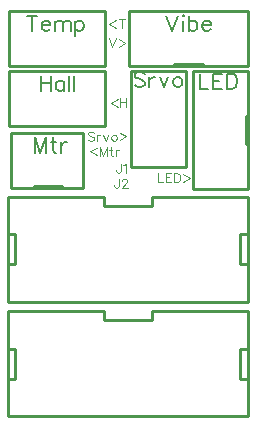
<source format=gbr>
G04 DipTrace 3.2.0.1*
G04 TopSilk.gbr*
%MOMM*%
G04 #@! TF.FileFunction,Legend,Top*
G04 #@! TF.Part,Single*
%ADD10C,0.25*%
%ADD38C,0.19608*%
%ADD40C,0.11765*%
%FSLAX35Y35*%
G04*
G71*
G90*
G75*
G01*
G04 TopSilk*
%LPD*%
X3029008Y2632504D2*
D10*
X3092000D1*
X3029008Y2378250D2*
Y2632504D1*
Y2378250D2*
X3092000D1*
X1060000Y2632504D2*
X1122992D1*
Y2378250D2*
Y2632504D1*
X1060000Y2378250D2*
X1122992D1*
X3092000Y2060877D2*
Y2949877D1*
X1060000Y2060877D2*
Y2949877D1*
Y2060877D2*
X3092000D1*
X2279200Y2873423D2*
Y2949877D1*
X1872800Y2873423D2*
X2279200D1*
X1872800D2*
Y2949877D1*
X2279200D2*
X3092000D1*
X1060000D2*
X1872800D1*
X3029008Y1664127D2*
X3092000D1*
X3029008Y1409873D2*
Y1664127D1*
Y1409873D2*
X3092000D1*
X1060000Y1664127D2*
X1122992D1*
Y1409873D2*
Y1664127D1*
X1060000Y1409873D2*
X1122992D1*
X3092000Y1092500D2*
Y1981500D1*
X1060000Y1092500D2*
Y1981500D1*
Y1092500D2*
X3092000D1*
X2279200Y1905046D2*
Y1981500D1*
X1872800Y1905046D2*
X2279200D1*
X1872800D2*
Y1981500D1*
X2279200D2*
X3092000D1*
X1060000D2*
X1872800D1*
X1075873Y4521500D2*
X1885500D1*
Y4061127D1*
X1075873D1*
Y4521500D1*
Y4013500D2*
X1885500D1*
Y3553127D1*
X1075873D1*
Y4013500D1*
X2631627Y3013373D2*
X3092000D1*
Y4013500D1*
X2631627D1*
Y3013373D1*
X3076117Y3394422D2*
Y3632452D1*
X2091873Y4521500D2*
X3092000D1*
Y4061127D1*
X2091873D1*
Y4521500D1*
X2472922Y4077010D2*
X2710952D1*
X2568527Y4012983D2*
X2108153D1*
Y3203357D1*
X2568527D1*
Y4012983D1*
X1091748Y3489623D2*
X1694998D1*
Y3029250D1*
X1091748D1*
Y3489623D1*
X1282255Y3045133D2*
X1520357D1*
X1266167Y4485237D2*
D38*
Y4357627D1*
X1223630Y4485237D2*
X1308703D1*
X1347919Y4406200D2*
X1420779D1*
Y4418414D1*
X1414742Y4430627D1*
X1408705Y4436664D1*
X1396492Y4442700D1*
X1378242D1*
X1366169Y4436664D1*
X1353955Y4424450D1*
X1347919Y4406200D1*
Y4394127D1*
X1353955Y4375877D1*
X1366169Y4363804D1*
X1378242Y4357627D1*
X1396492D1*
X1408705Y4363804D1*
X1420779Y4375877D1*
X1459994Y4442700D2*
Y4357627D1*
Y4418414D2*
X1478244Y4436664D1*
X1490458Y4442700D1*
X1508567D1*
X1520781Y4436664D1*
X1526817Y4418414D1*
Y4357627D1*
Y4418414D2*
X1545067Y4436664D1*
X1557281Y4442700D1*
X1575390D1*
X1587604Y4436664D1*
X1593781Y4418414D1*
Y4357627D1*
X1632996Y4442700D2*
Y4315090D1*
Y4424450D2*
X1645210Y4436523D1*
X1657283Y4442700D1*
X1675533D1*
X1687746Y4436523D1*
X1699820Y4424450D1*
X1705996Y4406200D1*
Y4393987D1*
X1699820Y4375877D1*
X1687746Y4363664D1*
X1675533Y4357627D1*
X1657283D1*
X1645210Y4363664D1*
X1632996Y4375877D1*
X1342897Y3977260D2*
Y3849650D1*
X1427970Y3977260D2*
Y3849650D1*
X1342897Y3916473D2*
X1427970D1*
X1540045Y3934723D2*
Y3849650D1*
Y3916473D2*
X1527972Y3928687D1*
X1515759Y3934723D1*
X1497649D1*
X1485436Y3928687D1*
X1473362Y3916473D1*
X1467186Y3898223D1*
Y3886150D1*
X1473362Y3867900D1*
X1485436Y3855827D1*
X1497649Y3849650D1*
X1515759D1*
X1527972Y3855827D1*
X1540045Y3867900D1*
X1579261Y3977260D2*
Y3849650D1*
X1618477Y3977260D2*
Y3849650D1*
X2688310Y3993133D2*
Y3865524D1*
X2761170D1*
X2879281Y3993133D2*
X2800385D1*
Y3865524D1*
X2879281D1*
X2800385Y3932347D2*
X2848958D1*
X2918497Y3993133D2*
Y3865524D1*
X2961034D1*
X2979284Y3871701D1*
X2991497Y3883774D1*
X2997534Y3895987D1*
X3003570Y3914097D1*
Y3944560D1*
X2997534Y3962810D1*
X2991497Y3974883D1*
X2979284Y3987097D1*
X2961034Y3993133D1*
X2918497D1*
X2405574Y4485237D2*
X2454147Y4357627D1*
X2502720Y4485237D1*
X2541936D2*
X2547972Y4479200D1*
X2554149Y4485237D1*
X2547972Y4491414D1*
X2541936Y4485237D1*
X2547972Y4442700D2*
Y4357627D1*
X2593365Y4485237D2*
Y4357627D1*
Y4424450D2*
X2605578Y4436664D1*
X2617651Y4442700D1*
X2635901D1*
X2647974Y4436664D1*
X2660188Y4424450D1*
X2666224Y4406200D1*
Y4394127D1*
X2660188Y4375877D1*
X2647974Y4363804D1*
X2635901Y4357627D1*
X2617651D1*
X2605578Y4363804D1*
X2593365Y4375877D1*
X2705440Y4406200D2*
X2778300D1*
Y4418414D1*
X2772263Y4430627D1*
X2766227Y4436664D1*
X2754013Y4442700D1*
X2735763D1*
X2723690Y4436664D1*
X2711477Y4424450D1*
X2705440Y4406200D1*
Y4394127D1*
X2711477Y4375877D1*
X2723690Y4363804D1*
X2735763Y4357627D1*
X2754013D1*
X2766227Y4363804D1*
X2778300Y4375877D1*
X2221748Y3990223D2*
X2209675Y4002437D1*
X2191425Y4008473D1*
X2167139D1*
X2148889Y4002437D1*
X2136675Y3990223D1*
Y3978150D1*
X2142852Y3965937D1*
X2148889Y3959900D1*
X2160962Y3953864D1*
X2197462Y3941650D1*
X2209675Y3935614D1*
X2215712Y3929437D1*
X2221748Y3917364D1*
Y3899114D1*
X2209675Y3887041D1*
X2191425Y3880864D1*
X2167139D1*
X2148889Y3887041D1*
X2136675Y3899114D1*
X2260964Y3965937D2*
Y3880864D1*
Y3929437D2*
X2267141Y3947687D1*
X2279214Y3959900D1*
X2291427Y3965937D1*
X2309677D1*
X2348893D2*
X2385393Y3880864D1*
X2421753Y3965937D1*
X2491291D2*
X2479218Y3959900D1*
X2467005Y3947687D1*
X2460968Y3929437D1*
Y3917364D1*
X2467005Y3899114D1*
X2479218Y3887041D1*
X2491291Y3880864D1*
X2509541D1*
X2521755Y3887041D1*
X2533828Y3899114D1*
X2540005Y3917364D1*
Y3929437D1*
X2533828Y3947687D1*
X2521755Y3959900D1*
X2509541Y3965937D1*
X2491291D1*
X1385837Y3325750D2*
Y3453360D1*
X1337264Y3325750D1*
X1288691Y3453360D1*
Y3325750D1*
X1443303Y3453360D2*
Y3350037D1*
X1449340Y3331927D1*
X1461553Y3325750D1*
X1473626D1*
X1425053Y3410823D2*
X1467590D1*
X1512842D2*
Y3325750D1*
Y3374323D2*
X1519019Y3392573D1*
X1531092Y3404787D1*
X1543305Y3410823D1*
X1561555D1*
X1975981Y4447807D2*
D40*
X1917693Y4414957D1*
X1975981Y4382191D1*
X2025032Y4453324D2*
Y4376758D1*
X1999510Y4453324D2*
X2050554D1*
X1917692Y4294592D2*
X1946836Y4218026D1*
X1975980Y4294592D1*
X1999509Y4289075D2*
X2057797Y4256225D1*
X1999509Y4223459D1*
X1794130Y3489975D2*
X1786886Y3497303D1*
X1775936Y3500925D1*
X1761364D1*
X1750414Y3497303D1*
X1743086Y3489975D1*
Y3482731D1*
X1746792Y3475403D1*
X1750414Y3471781D1*
X1757658Y3468159D1*
X1779558Y3460831D1*
X1786886Y3457209D1*
X1790508Y3453503D1*
X1794130Y3446259D1*
Y3435309D1*
X1786886Y3428065D1*
X1775936Y3424359D1*
X1761364D1*
X1750414Y3428065D1*
X1743086Y3435309D1*
X1817659Y3475403D2*
Y3424359D1*
Y3453503D2*
X1821365Y3464453D1*
X1828609Y3471781D1*
X1835937Y3475403D1*
X1846887D1*
X1870416D2*
X1892316Y3424359D1*
X1914132Y3475403D1*
X1955855D2*
X1948612Y3471781D1*
X1941284Y3464453D1*
X1937662Y3453503D1*
Y3446259D1*
X1941284Y3435309D1*
X1948612Y3428065D1*
X1955855Y3424359D1*
X1966805D1*
X1974134Y3428065D1*
X1981377Y3435309D1*
X1985084Y3446259D1*
Y3453503D1*
X1981377Y3464453D1*
X1974134Y3471781D1*
X1966805Y3475403D1*
X1955855D1*
X2008613Y3495408D2*
X2066901Y3462558D1*
X2008613Y3429792D1*
X2330399Y3151712D2*
Y3075146D1*
X2374115D1*
X2444982Y3151712D2*
X2397644D1*
Y3075146D1*
X2444982D1*
X2397644Y3115240D2*
X2426788D1*
X2468511Y3151712D2*
Y3075146D1*
X2494033D1*
X2504983Y3078852D1*
X2512311Y3086096D1*
X2515933Y3093424D1*
X2519555Y3104290D1*
Y3122568D1*
X2515933Y3133518D1*
X2512311Y3140762D1*
X2504983Y3148090D1*
X2494033Y3151712D1*
X2468511D1*
X2543085Y3146195D2*
X2601372Y3113345D1*
X2543085Y3080579D1*
X1817247Y3368421D2*
X1758959Y3335571D1*
X1817247Y3302805D1*
X1899064Y3297373D2*
Y3373938D1*
X1869920Y3297373D1*
X1840776Y3373938D1*
Y3297373D1*
X1933543Y3373938D2*
Y3311944D1*
X1937165Y3301079D1*
X1944493Y3297373D1*
X1951737D1*
X1922593Y3348416D2*
X1948115D1*
X1975266D2*
Y3297373D1*
Y3326516D2*
X1978973Y3337466D1*
X1986216Y3344794D1*
X1993545Y3348416D1*
X2004495D1*
X1991853Y3781128D2*
X1933566Y3748278D1*
X1991853Y3715512D1*
X2015383Y3786645D2*
Y3710079D1*
X2066427Y3786645D2*
Y3710079D1*
X2015383Y3750173D2*
X2066427D1*
X2017658Y3231078D2*
Y3172791D1*
X2014036Y3161841D1*
X2010330Y3158219D1*
X2003086Y3154513D1*
X1995758D1*
X1988514Y3158219D1*
X1984892Y3161841D1*
X1981186Y3172791D1*
Y3180034D1*
X2041187Y3216422D2*
X2048515Y3220128D1*
X2059465Y3230994D1*
Y3154513D1*
X2001784Y3104092D2*
Y3045804D1*
X1998162Y3034854D1*
X1994456Y3031232D1*
X1987212Y3027526D1*
X1979884D1*
X1972640Y3031232D1*
X1969019Y3034854D1*
X1965312Y3045804D1*
Y3053048D1*
X2029020Y3085814D2*
Y3089435D1*
X2032642Y3096764D1*
X2036264Y3100385D1*
X2043592Y3104007D1*
X2058164D1*
X2065408Y3100385D1*
X2069029Y3096764D1*
X2072736Y3089435D1*
Y3082192D1*
X2069029Y3074864D1*
X2061786Y3063998D1*
X2025314Y3027526D1*
X2076358D1*
M02*

</source>
